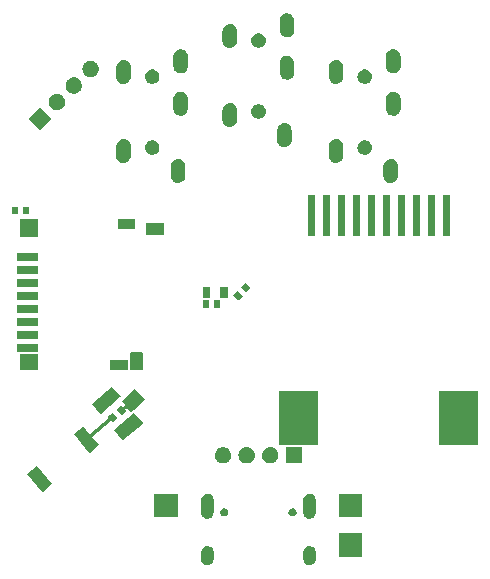
<source format=gbs>
G04 #@! TF.GenerationSoftware,KiCad,Pcbnew,7.0.10*
G04 #@! TF.CreationDate,2024-04-11T11:30:37+02:00*
G04 #@! TF.ProjectId,OtterCastAudioV2,4f747465-7243-4617-9374-417564696f56,rev?*
G04 #@! TF.SameCoordinates,Original*
G04 #@! TF.FileFunction,Soldermask,Bot*
G04 #@! TF.FilePolarity,Negative*
%FSLAX46Y46*%
G04 Gerber Fmt 4.6, Leading zero omitted, Abs format (unit mm)*
G04 Created by KiCad (PCBNEW 7.0.10) date 2024-04-11 11:30:37*
%MOMM*%
%LPD*%
G01*
G04 APERTURE LIST*
G04 APERTURE END LIST*
G36*
X95785797Y-121085876D02*
G01*
X95919234Y-121133300D01*
X96034928Y-121214965D01*
X96124298Y-121324816D01*
X96180717Y-121454706D01*
X96200000Y-121595000D01*
X96200000Y-122195000D01*
X96195157Y-122265807D01*
X96156950Y-122402169D01*
X96083370Y-122523166D01*
X95979874Y-122619824D01*
X95854137Y-122684976D01*
X95715486Y-122713788D01*
X95574203Y-122704124D01*
X95440766Y-122656700D01*
X95325072Y-122575035D01*
X95235702Y-122465184D01*
X95179283Y-122335294D01*
X95160000Y-122195000D01*
X95160000Y-121595000D01*
X95164843Y-121524193D01*
X95203050Y-121387831D01*
X95276630Y-121266834D01*
X95380126Y-121170176D01*
X95505863Y-121105024D01*
X95644514Y-121076212D01*
X95785797Y-121085876D01*
G37*
G36*
X104425797Y-121085876D02*
G01*
X104559234Y-121133300D01*
X104674928Y-121214965D01*
X104764298Y-121324816D01*
X104820717Y-121454706D01*
X104840000Y-121595000D01*
X104840000Y-122195000D01*
X104835157Y-122265807D01*
X104796950Y-122402169D01*
X104723370Y-122523166D01*
X104619874Y-122619824D01*
X104494137Y-122684976D01*
X104355486Y-122713788D01*
X104214203Y-122704124D01*
X104080766Y-122656700D01*
X103965072Y-122575035D01*
X103875702Y-122465184D01*
X103819283Y-122335294D01*
X103800000Y-122195000D01*
X103800000Y-121595000D01*
X103804843Y-121524193D01*
X103843050Y-121387831D01*
X103916630Y-121266834D01*
X104020126Y-121170176D01*
X104145863Y-121105024D01*
X104284514Y-121076212D01*
X104425797Y-121085876D01*
G37*
G36*
X108802078Y-119997921D02*
G01*
X108805000Y-120004973D01*
X108805000Y-121995026D01*
X108802078Y-122002078D01*
X108795027Y-122005000D01*
X106804973Y-122005000D01*
X106797921Y-122002078D01*
X106795000Y-121995026D01*
X106795000Y-120004973D01*
X106797921Y-119997921D01*
X106804973Y-119995000D01*
X108795027Y-119995000D01*
X108802078Y-119997921D01*
G37*
G36*
X95785797Y-116655876D02*
G01*
X95919234Y-116703300D01*
X96034928Y-116784965D01*
X96124298Y-116894816D01*
X96180717Y-117024706D01*
X96200000Y-117165000D01*
X96200000Y-118265000D01*
X96195157Y-118335807D01*
X96156950Y-118472169D01*
X96083370Y-118593166D01*
X95979874Y-118689824D01*
X95854137Y-118754976D01*
X95715486Y-118783788D01*
X95574203Y-118774124D01*
X95440766Y-118726700D01*
X95325072Y-118645035D01*
X95235702Y-118535184D01*
X95179283Y-118405294D01*
X95160000Y-118265000D01*
X95160000Y-117165000D01*
X95164843Y-117094193D01*
X95203050Y-116957831D01*
X95276630Y-116836834D01*
X95380126Y-116740176D01*
X95505863Y-116675024D01*
X95644514Y-116646212D01*
X95785797Y-116655876D01*
G37*
G36*
X104425797Y-116655876D02*
G01*
X104559234Y-116703300D01*
X104674928Y-116784965D01*
X104764298Y-116894816D01*
X104820717Y-117024706D01*
X104840000Y-117165000D01*
X104840000Y-118265000D01*
X104835157Y-118335807D01*
X104796950Y-118472169D01*
X104723370Y-118593166D01*
X104619874Y-118689824D01*
X104494137Y-118754976D01*
X104355486Y-118783788D01*
X104214203Y-118774124D01*
X104080766Y-118726700D01*
X103965072Y-118645035D01*
X103875702Y-118535184D01*
X103819283Y-118405294D01*
X103800000Y-118265000D01*
X103800000Y-117165000D01*
X103804843Y-117094193D01*
X103843050Y-116957831D01*
X103916630Y-116836834D01*
X104020126Y-116740176D01*
X104145863Y-116675024D01*
X104284514Y-116646212D01*
X104425797Y-116655876D01*
G37*
G36*
X93202078Y-116647921D02*
G01*
X93205000Y-116654973D01*
X93205000Y-118645026D01*
X93202078Y-118652078D01*
X93195027Y-118655000D01*
X91204973Y-118655000D01*
X91197921Y-118652078D01*
X91195000Y-118645026D01*
X91195000Y-116654973D01*
X91197921Y-116647921D01*
X91204973Y-116645000D01*
X93195027Y-116645000D01*
X93202078Y-116647921D01*
G37*
G36*
X108802078Y-116647921D02*
G01*
X108805000Y-116654973D01*
X108805000Y-118645026D01*
X108802078Y-118652078D01*
X108795027Y-118655000D01*
X106804973Y-118655000D01*
X106797921Y-118652078D01*
X106795000Y-118645026D01*
X106795000Y-116654973D01*
X106797921Y-116647921D01*
X106804973Y-116645000D01*
X108795027Y-116645000D01*
X108802078Y-116647921D01*
G37*
G36*
X97141127Y-117905241D02*
G01*
X97169909Y-117905241D01*
X97192081Y-117913311D01*
X97216515Y-117917181D01*
X97251024Y-117934764D01*
X97282500Y-117946221D01*
X97296401Y-117957885D01*
X97312601Y-117966140D01*
X97345782Y-117999321D01*
X97374285Y-118023238D01*
X97380549Y-118034088D01*
X97388859Y-118042398D01*
X97415244Y-118094181D01*
X97434194Y-118127003D01*
X97435371Y-118133683D01*
X97437818Y-118138484D01*
X97451934Y-118227615D01*
X97455000Y-118245000D01*
X97451934Y-118262386D01*
X97437818Y-118351515D01*
X97435372Y-118356315D01*
X97434194Y-118362997D01*
X97415239Y-118395826D01*
X97388859Y-118447601D01*
X97380551Y-118455908D01*
X97374285Y-118466762D01*
X97345776Y-118490683D01*
X97312601Y-118523859D01*
X97296404Y-118532111D01*
X97282500Y-118543779D01*
X97251018Y-118555237D01*
X97216515Y-118572818D01*
X97192086Y-118576687D01*
X97169909Y-118584759D01*
X97141121Y-118584759D01*
X97110000Y-118589688D01*
X97078879Y-118584759D01*
X97050091Y-118584759D01*
X97027914Y-118576687D01*
X97003484Y-118572818D01*
X96968978Y-118555236D01*
X96937500Y-118543779D01*
X96923596Y-118532112D01*
X96907398Y-118523859D01*
X96874217Y-118490678D01*
X96845715Y-118466762D01*
X96839450Y-118455911D01*
X96831140Y-118447601D01*
X96804751Y-118395811D01*
X96785806Y-118362997D01*
X96784628Y-118356318D01*
X96782181Y-118351515D01*
X96768055Y-118262330D01*
X96765000Y-118245000D01*
X96768055Y-118227670D01*
X96782181Y-118138484D01*
X96784628Y-118133680D01*
X96785806Y-118127003D01*
X96804747Y-118094196D01*
X96831140Y-118042398D01*
X96839451Y-118034086D01*
X96845715Y-118023238D01*
X96874211Y-117999326D01*
X96907398Y-117966140D01*
X96923599Y-117957884D01*
X96937500Y-117946221D01*
X96968971Y-117934766D01*
X97003484Y-117917181D01*
X97027919Y-117913310D01*
X97050091Y-117905241D01*
X97078872Y-117905241D01*
X97110000Y-117900311D01*
X97141127Y-117905241D01*
G37*
G36*
X102921127Y-117905241D02*
G01*
X102949909Y-117905241D01*
X102972081Y-117913311D01*
X102996515Y-117917181D01*
X103031024Y-117934764D01*
X103062500Y-117946221D01*
X103076401Y-117957885D01*
X103092601Y-117966140D01*
X103125782Y-117999321D01*
X103154285Y-118023238D01*
X103160549Y-118034088D01*
X103168859Y-118042398D01*
X103195244Y-118094181D01*
X103214194Y-118127003D01*
X103215371Y-118133683D01*
X103217818Y-118138484D01*
X103231934Y-118227615D01*
X103235000Y-118245000D01*
X103231934Y-118262386D01*
X103217818Y-118351515D01*
X103215372Y-118356315D01*
X103214194Y-118362997D01*
X103195239Y-118395826D01*
X103168859Y-118447601D01*
X103160551Y-118455908D01*
X103154285Y-118466762D01*
X103125776Y-118490683D01*
X103092601Y-118523859D01*
X103076404Y-118532111D01*
X103062500Y-118543779D01*
X103031018Y-118555237D01*
X102996515Y-118572818D01*
X102972086Y-118576687D01*
X102949909Y-118584759D01*
X102921121Y-118584759D01*
X102890000Y-118589688D01*
X102858879Y-118584759D01*
X102830091Y-118584759D01*
X102807914Y-118576687D01*
X102783484Y-118572818D01*
X102748978Y-118555236D01*
X102717500Y-118543779D01*
X102703596Y-118532112D01*
X102687398Y-118523859D01*
X102654217Y-118490678D01*
X102625715Y-118466762D01*
X102619450Y-118455911D01*
X102611140Y-118447601D01*
X102584751Y-118395811D01*
X102565806Y-118362997D01*
X102564628Y-118356318D01*
X102562181Y-118351515D01*
X102548055Y-118262330D01*
X102545000Y-118245000D01*
X102548055Y-118227670D01*
X102562181Y-118138484D01*
X102564628Y-118133680D01*
X102565806Y-118127003D01*
X102584747Y-118094196D01*
X102611140Y-118042398D01*
X102619451Y-118034086D01*
X102625715Y-118023238D01*
X102654211Y-117999326D01*
X102687398Y-117966140D01*
X102703599Y-117957884D01*
X102717500Y-117946221D01*
X102748971Y-117934766D01*
X102783484Y-117917181D01*
X102807919Y-117913310D01*
X102830091Y-117905241D01*
X102858872Y-117905241D01*
X102890000Y-117900311D01*
X102921127Y-117905241D01*
G37*
G36*
X81207754Y-114316069D02*
G01*
X81213840Y-114320954D01*
X82499415Y-115853043D01*
X82503169Y-115859885D01*
X82504018Y-115867642D01*
X82501835Y-115875134D01*
X82496950Y-115881220D01*
X81730905Y-116524007D01*
X81724064Y-116527761D01*
X81716306Y-116528610D01*
X81708814Y-116526427D01*
X81702728Y-116521542D01*
X80417153Y-114989453D01*
X80413399Y-114982611D01*
X80412550Y-114974854D01*
X80414733Y-114967362D01*
X80419618Y-114961276D01*
X80802640Y-114639882D01*
X81183775Y-114320072D01*
X81183779Y-114320069D01*
X81185663Y-114318489D01*
X81192504Y-114314735D01*
X81200262Y-114313886D01*
X81207754Y-114316069D01*
G37*
G36*
X103682654Y-112706522D02*
G01*
X103689142Y-112710858D01*
X103693478Y-112717346D01*
X103695000Y-112725000D01*
X103695000Y-114075000D01*
X103693478Y-114082654D01*
X103689142Y-114089142D01*
X103682654Y-114093478D01*
X103675000Y-114095000D01*
X102325000Y-114095000D01*
X102317346Y-114093478D01*
X102310858Y-114089142D01*
X102306522Y-114082654D01*
X102305000Y-114075000D01*
X102305000Y-112725000D01*
X102306522Y-112717346D01*
X102310858Y-112710858D01*
X102317346Y-112706522D01*
X102325000Y-112705000D01*
X103675000Y-112705000D01*
X103682654Y-112706522D01*
G37*
G36*
X97043569Y-112710067D02*
G01*
X97083773Y-112710067D01*
X97117625Y-112718411D01*
X97154617Y-112722579D01*
X97202473Y-112739324D01*
X97246450Y-112750164D01*
X97272453Y-112763811D01*
X97301482Y-112773969D01*
X97350538Y-112804793D01*
X97394805Y-112828026D01*
X97412593Y-112843785D01*
X97433225Y-112856749D01*
X97479811Y-112903335D01*
X97520215Y-112939130D01*
X97530485Y-112954009D01*
X97543250Y-112966774D01*
X97583377Y-113030635D01*
X97615392Y-113077017D01*
X97619763Y-113088544D01*
X97626030Y-113098517D01*
X97655658Y-113183191D01*
X97674805Y-113233676D01*
X97675592Y-113240157D01*
X97677420Y-113245382D01*
X97692793Y-113381825D01*
X97695000Y-113400000D01*
X97692793Y-113418176D01*
X97677420Y-113554617D01*
X97675592Y-113559840D01*
X97674805Y-113566324D01*
X97655654Y-113616820D01*
X97626030Y-113701482D01*
X97619764Y-113711453D01*
X97615392Y-113722983D01*
X97583370Y-113769374D01*
X97543250Y-113833225D01*
X97530488Y-113845986D01*
X97520215Y-113860870D01*
X97479802Y-113896672D01*
X97433225Y-113943250D01*
X97412597Y-113956211D01*
X97394805Y-113971974D01*
X97350528Y-113995211D01*
X97301482Y-114026030D01*
X97272459Y-114036185D01*
X97246450Y-114049836D01*
X97202463Y-114060677D01*
X97154617Y-114077420D01*
X97117633Y-114081587D01*
X97083773Y-114089933D01*
X97043560Y-114089933D01*
X97000000Y-114094841D01*
X96956440Y-114089933D01*
X96916227Y-114089933D01*
X96882367Y-114081587D01*
X96845382Y-114077420D01*
X96797533Y-114060677D01*
X96753550Y-114049836D01*
X96727542Y-114036186D01*
X96698517Y-114026030D01*
X96649465Y-113995208D01*
X96605195Y-113971974D01*
X96587405Y-113956213D01*
X96566774Y-113943250D01*
X96520188Y-113896664D01*
X96479785Y-113860870D01*
X96469514Y-113845990D01*
X96456749Y-113833225D01*
X96416618Y-113769358D01*
X96384608Y-113722983D01*
X96380236Y-113711457D01*
X96373969Y-113701482D01*
X96344332Y-113616786D01*
X96325195Y-113566324D01*
X96324408Y-113559844D01*
X96322579Y-113554617D01*
X96307193Y-113418061D01*
X96305000Y-113400000D01*
X96307192Y-113381939D01*
X96322579Y-113245382D01*
X96324408Y-113240153D01*
X96325195Y-113233676D01*
X96344328Y-113183225D01*
X96373969Y-113098517D01*
X96380237Y-113088540D01*
X96384608Y-113077017D01*
X96416611Y-113030652D01*
X96456749Y-112966774D01*
X96469516Y-112954006D01*
X96479785Y-112939130D01*
X96520179Y-112903343D01*
X96566774Y-112856749D01*
X96587408Y-112843783D01*
X96605195Y-112828026D01*
X96649455Y-112804796D01*
X96698517Y-112773969D01*
X96727548Y-112763810D01*
X96753550Y-112750164D01*
X96797523Y-112739325D01*
X96845382Y-112722579D01*
X96882374Y-112718410D01*
X96916227Y-112710067D01*
X96956431Y-112710067D01*
X97000000Y-112705158D01*
X97043569Y-112710067D01*
G37*
G36*
X99043569Y-112710067D02*
G01*
X99083773Y-112710067D01*
X99117625Y-112718411D01*
X99154617Y-112722579D01*
X99202473Y-112739324D01*
X99246450Y-112750164D01*
X99272453Y-112763811D01*
X99301482Y-112773969D01*
X99350538Y-112804793D01*
X99394805Y-112828026D01*
X99412593Y-112843785D01*
X99433225Y-112856749D01*
X99479811Y-112903335D01*
X99520215Y-112939130D01*
X99530485Y-112954009D01*
X99543250Y-112966774D01*
X99583377Y-113030635D01*
X99615392Y-113077017D01*
X99619763Y-113088544D01*
X99626030Y-113098517D01*
X99655658Y-113183191D01*
X99674805Y-113233676D01*
X99675592Y-113240157D01*
X99677420Y-113245382D01*
X99692793Y-113381825D01*
X99695000Y-113400000D01*
X99692793Y-113418176D01*
X99677420Y-113554617D01*
X99675592Y-113559840D01*
X99674805Y-113566324D01*
X99655654Y-113616820D01*
X99626030Y-113701482D01*
X99619764Y-113711453D01*
X99615392Y-113722983D01*
X99583370Y-113769374D01*
X99543250Y-113833225D01*
X99530488Y-113845986D01*
X99520215Y-113860870D01*
X99479802Y-113896672D01*
X99433225Y-113943250D01*
X99412597Y-113956211D01*
X99394805Y-113971974D01*
X99350528Y-113995211D01*
X99301482Y-114026030D01*
X99272459Y-114036185D01*
X99246450Y-114049836D01*
X99202463Y-114060677D01*
X99154617Y-114077420D01*
X99117633Y-114081587D01*
X99083773Y-114089933D01*
X99043560Y-114089933D01*
X99000000Y-114094841D01*
X98956440Y-114089933D01*
X98916227Y-114089933D01*
X98882367Y-114081587D01*
X98845382Y-114077420D01*
X98797533Y-114060677D01*
X98753550Y-114049836D01*
X98727542Y-114036186D01*
X98698517Y-114026030D01*
X98649465Y-113995208D01*
X98605195Y-113971974D01*
X98587405Y-113956213D01*
X98566774Y-113943250D01*
X98520188Y-113896664D01*
X98479785Y-113860870D01*
X98469514Y-113845990D01*
X98456749Y-113833225D01*
X98416618Y-113769358D01*
X98384608Y-113722983D01*
X98380236Y-113711457D01*
X98373969Y-113701482D01*
X98344332Y-113616786D01*
X98325195Y-113566324D01*
X98324408Y-113559844D01*
X98322579Y-113554617D01*
X98307193Y-113418061D01*
X98305000Y-113400000D01*
X98307192Y-113381939D01*
X98322579Y-113245382D01*
X98324408Y-113240153D01*
X98325195Y-113233676D01*
X98344328Y-113183225D01*
X98373969Y-113098517D01*
X98380237Y-113088540D01*
X98384608Y-113077017D01*
X98416611Y-113030652D01*
X98456749Y-112966774D01*
X98469516Y-112954006D01*
X98479785Y-112939130D01*
X98520179Y-112903343D01*
X98566774Y-112856749D01*
X98587408Y-112843783D01*
X98605195Y-112828026D01*
X98649455Y-112804796D01*
X98698517Y-112773969D01*
X98727548Y-112763810D01*
X98753550Y-112750164D01*
X98797523Y-112739325D01*
X98845382Y-112722579D01*
X98882374Y-112718410D01*
X98916227Y-112710067D01*
X98956431Y-112710067D01*
X99000000Y-112705158D01*
X99043569Y-112710067D01*
G37*
G36*
X101043569Y-112710067D02*
G01*
X101083773Y-112710067D01*
X101117625Y-112718411D01*
X101154617Y-112722579D01*
X101202473Y-112739324D01*
X101246450Y-112750164D01*
X101272453Y-112763811D01*
X101301482Y-112773969D01*
X101350538Y-112804793D01*
X101394805Y-112828026D01*
X101412593Y-112843785D01*
X101433225Y-112856749D01*
X101479811Y-112903335D01*
X101520215Y-112939130D01*
X101530485Y-112954009D01*
X101543250Y-112966774D01*
X101583377Y-113030635D01*
X101615392Y-113077017D01*
X101619763Y-113088544D01*
X101626030Y-113098517D01*
X101655658Y-113183191D01*
X101674805Y-113233676D01*
X101675592Y-113240157D01*
X101677420Y-113245382D01*
X101692793Y-113381825D01*
X101695000Y-113400000D01*
X101692793Y-113418176D01*
X101677420Y-113554617D01*
X101675592Y-113559840D01*
X101674805Y-113566324D01*
X101655654Y-113616820D01*
X101626030Y-113701482D01*
X101619764Y-113711453D01*
X101615392Y-113722983D01*
X101583370Y-113769374D01*
X101543250Y-113833225D01*
X101530488Y-113845986D01*
X101520215Y-113860870D01*
X101479802Y-113896672D01*
X101433225Y-113943250D01*
X101412597Y-113956211D01*
X101394805Y-113971974D01*
X101350528Y-113995211D01*
X101301482Y-114026030D01*
X101272459Y-114036185D01*
X101246450Y-114049836D01*
X101202463Y-114060677D01*
X101154617Y-114077420D01*
X101117633Y-114081587D01*
X101083773Y-114089933D01*
X101043560Y-114089933D01*
X101000000Y-114094841D01*
X100956440Y-114089933D01*
X100916227Y-114089933D01*
X100882367Y-114081587D01*
X100845382Y-114077420D01*
X100797533Y-114060677D01*
X100753550Y-114049836D01*
X100727542Y-114036186D01*
X100698517Y-114026030D01*
X100649465Y-113995208D01*
X100605195Y-113971974D01*
X100587405Y-113956213D01*
X100566774Y-113943250D01*
X100520188Y-113896664D01*
X100479785Y-113860870D01*
X100469514Y-113845990D01*
X100456749Y-113833225D01*
X100416618Y-113769358D01*
X100384608Y-113722983D01*
X100380236Y-113711457D01*
X100373969Y-113701482D01*
X100344332Y-113616786D01*
X100325195Y-113566324D01*
X100324408Y-113559844D01*
X100322579Y-113554617D01*
X100307193Y-113418061D01*
X100305000Y-113400000D01*
X100307192Y-113381939D01*
X100322579Y-113245382D01*
X100324408Y-113240153D01*
X100325195Y-113233676D01*
X100344328Y-113183225D01*
X100373969Y-113098517D01*
X100380237Y-113088540D01*
X100384608Y-113077017D01*
X100416611Y-113030652D01*
X100456749Y-112966774D01*
X100469516Y-112954006D01*
X100479785Y-112939130D01*
X100520179Y-112903343D01*
X100566774Y-112856749D01*
X100587408Y-112843783D01*
X100605195Y-112828026D01*
X100649455Y-112804796D01*
X100698517Y-112773969D01*
X100727548Y-112763810D01*
X100753550Y-112750164D01*
X100797523Y-112739325D01*
X100845382Y-112722579D01*
X100882374Y-112718410D01*
X100916227Y-112710067D01*
X100956431Y-112710067D01*
X101000000Y-112705158D01*
X101043569Y-112710067D01*
G37*
G36*
X87686475Y-109793561D02*
G01*
X87692561Y-109798446D01*
X87803230Y-109930336D01*
X88076650Y-110256185D01*
X88076652Y-110256189D01*
X88078233Y-110258073D01*
X88081987Y-110264914D01*
X88082836Y-110272672D01*
X88080653Y-110280164D01*
X88075768Y-110286249D01*
X87692746Y-110607643D01*
X87685904Y-110611397D01*
X87678147Y-110612246D01*
X87670655Y-110610063D01*
X87664569Y-110605178D01*
X87558280Y-110478508D01*
X87537650Y-110476703D01*
X85928410Y-111827016D01*
X85926606Y-111847644D01*
X86482847Y-112510547D01*
X86486601Y-112517389D01*
X86487450Y-112525146D01*
X86485267Y-112532638D01*
X86480382Y-112538724D01*
X85714337Y-113181511D01*
X85707496Y-113185265D01*
X85699738Y-113186114D01*
X85692246Y-113183931D01*
X85686160Y-113179046D01*
X84400585Y-111646957D01*
X84396831Y-111640115D01*
X84395982Y-111632358D01*
X84398165Y-111624866D01*
X84403050Y-111618780D01*
X84815281Y-111272878D01*
X85167207Y-110977576D01*
X85167211Y-110977573D01*
X85169095Y-110975993D01*
X85175936Y-110972239D01*
X85183694Y-110971390D01*
X85191186Y-110973573D01*
X85197272Y-110978458D01*
X85698628Y-111575952D01*
X85753512Y-111641359D01*
X85774143Y-111643164D01*
X87383380Y-110292852D01*
X87385185Y-110272221D01*
X87280479Y-110147438D01*
X87280476Y-110147433D01*
X87278897Y-110145551D01*
X87275143Y-110138710D01*
X87274294Y-110130952D01*
X87276477Y-110123460D01*
X87281362Y-110117375D01*
X87283247Y-110115792D01*
X87283249Y-110115791D01*
X87662496Y-109797564D01*
X87662500Y-109797561D01*
X87664384Y-109795981D01*
X87671226Y-109792227D01*
X87678983Y-109791378D01*
X87686475Y-109793561D01*
G37*
G36*
X105047654Y-107981522D02*
G01*
X105054142Y-107985858D01*
X105058478Y-107992346D01*
X105060000Y-108000000D01*
X105060000Y-112500000D01*
X105058478Y-112507654D01*
X105054142Y-112514142D01*
X105047654Y-112518478D01*
X105040000Y-112520000D01*
X101760000Y-112520000D01*
X101752346Y-112518478D01*
X101745858Y-112514142D01*
X101741522Y-112507654D01*
X101740000Y-112500000D01*
X101740000Y-108000000D01*
X101741522Y-107992346D01*
X101745858Y-107985858D01*
X101752346Y-107981522D01*
X101760000Y-107980000D01*
X105040000Y-107980000D01*
X105047654Y-107981522D01*
G37*
G36*
X118597654Y-107981522D02*
G01*
X118604142Y-107985858D01*
X118608478Y-107992346D01*
X118610000Y-108000000D01*
X118610000Y-112500000D01*
X118608478Y-112507654D01*
X118604142Y-112514142D01*
X118597654Y-112518478D01*
X118590000Y-112520000D01*
X115310000Y-112520000D01*
X115302346Y-112518478D01*
X115295858Y-112514142D01*
X115291522Y-112507654D01*
X115290000Y-112500000D01*
X115290000Y-108000000D01*
X115291522Y-107992346D01*
X115295858Y-107985858D01*
X115302346Y-107981522D01*
X115310000Y-107980000D01*
X118590000Y-107980000D01*
X118597654Y-107981522D01*
G37*
G36*
X89476660Y-109857907D02*
G01*
X89482746Y-109862792D01*
X90189812Y-110705441D01*
X90193566Y-110712283D01*
X90194415Y-110720040D01*
X90192232Y-110727532D01*
X90187347Y-110733618D01*
X88502049Y-112147751D01*
X88495207Y-112151505D01*
X88487450Y-112152354D01*
X88479958Y-112150171D01*
X88473872Y-112145286D01*
X87766806Y-111302637D01*
X87763052Y-111295795D01*
X87762203Y-111288038D01*
X87764386Y-111280546D01*
X87769271Y-111274460D01*
X88963693Y-110272221D01*
X89452683Y-109861909D01*
X89452684Y-109861907D01*
X89454569Y-109860327D01*
X89461411Y-109856573D01*
X89469168Y-109855724D01*
X89476660Y-109857907D01*
G37*
G36*
X89584940Y-107808939D02*
G01*
X89591026Y-107813823D01*
X90362371Y-108733076D01*
X90366124Y-108739918D01*
X90366974Y-108747675D01*
X90364790Y-108755167D01*
X90359906Y-108761253D01*
X89440653Y-109532598D01*
X89210840Y-109725435D01*
X89203998Y-109729188D01*
X89196241Y-109730038D01*
X89188749Y-109727854D01*
X89182663Y-109722970D01*
X88883537Y-109366486D01*
X88862906Y-109364681D01*
X88693831Y-109506552D01*
X88692026Y-109527182D01*
X88798315Y-109653853D01*
X88802068Y-109660695D01*
X88802918Y-109668452D01*
X88800734Y-109675944D01*
X88795850Y-109682030D01*
X88412828Y-110003423D01*
X88405986Y-110007176D01*
X88398229Y-110008026D01*
X88390737Y-110005842D01*
X88384651Y-110000958D01*
X87998979Y-109541332D01*
X87995226Y-109534490D01*
X87994376Y-109526733D01*
X87996560Y-109519241D01*
X88001444Y-109513155D01*
X88003329Y-109511572D01*
X88003331Y-109511571D01*
X88382576Y-109193346D01*
X88382579Y-109193344D01*
X88384466Y-109191761D01*
X88391308Y-109188008D01*
X88399065Y-109187158D01*
X88406557Y-109189342D01*
X88412643Y-109194226D01*
X88414227Y-109196113D01*
X88414226Y-109196113D01*
X88518931Y-109320895D01*
X88539562Y-109322700D01*
X88708637Y-109180829D01*
X88710442Y-109160198D01*
X88412902Y-108805605D01*
X88412901Y-108805604D01*
X88411317Y-108803716D01*
X88407564Y-108796874D01*
X88406714Y-108789117D01*
X88408898Y-108781625D01*
X88413782Y-108775539D01*
X88415667Y-108773956D01*
X88415669Y-108773955D01*
X89560959Y-107812943D01*
X89560962Y-107812941D01*
X89562849Y-107811358D01*
X89569691Y-107807605D01*
X89577448Y-107806755D01*
X89584940Y-107808939D01*
G37*
G36*
X87612576Y-107636378D02*
G01*
X87618662Y-107641263D01*
X88325728Y-108483912D01*
X88329482Y-108490754D01*
X88330331Y-108498511D01*
X88328148Y-108506003D01*
X88323263Y-108512089D01*
X86637965Y-109926222D01*
X86631123Y-109929976D01*
X86623366Y-109930825D01*
X86615874Y-109928642D01*
X86609788Y-109923757D01*
X85902722Y-109081108D01*
X85898968Y-109074266D01*
X85898119Y-109066509D01*
X85900302Y-109059017D01*
X85905187Y-109052931D01*
X87169143Y-107992346D01*
X87588599Y-107640380D01*
X87588600Y-107640378D01*
X87590485Y-107638798D01*
X87597327Y-107635044D01*
X87605084Y-107634195D01*
X87612576Y-107636378D01*
G37*
G36*
X81332654Y-104856522D02*
G01*
X81339142Y-104860858D01*
X81343478Y-104867346D01*
X81345000Y-104875000D01*
X81345000Y-106175000D01*
X81343478Y-106182654D01*
X81339142Y-106189142D01*
X81332654Y-106193478D01*
X81325000Y-106195000D01*
X79825000Y-106195000D01*
X79817346Y-106193478D01*
X79810858Y-106189142D01*
X79806522Y-106182654D01*
X79805000Y-106175000D01*
X79805000Y-104875000D01*
X79806522Y-104867346D01*
X79810858Y-104860858D01*
X79817346Y-104856522D01*
X79825000Y-104855000D01*
X81325000Y-104855000D01*
X81332654Y-104856522D01*
G37*
G36*
X88932654Y-105356522D02*
G01*
X88939142Y-105360858D01*
X88943478Y-105367346D01*
X88945000Y-105375000D01*
X88945000Y-106175000D01*
X88943478Y-106182654D01*
X88939142Y-106189142D01*
X88932654Y-106193478D01*
X88925000Y-106195000D01*
X87425000Y-106195000D01*
X87417346Y-106193478D01*
X87410858Y-106189142D01*
X87406522Y-106182654D01*
X87405000Y-106175000D01*
X87405000Y-105375000D01*
X87406522Y-105367346D01*
X87410858Y-105360858D01*
X87417346Y-105356522D01*
X87425000Y-105355000D01*
X88925000Y-105355000D01*
X88932654Y-105356522D01*
G37*
G36*
X90182654Y-104706522D02*
G01*
X90189142Y-104710858D01*
X90193478Y-104717346D01*
X90195000Y-104725000D01*
X90195000Y-106175000D01*
X90193478Y-106182654D01*
X90189142Y-106189142D01*
X90182654Y-106193478D01*
X90175000Y-106195000D01*
X89175000Y-106195000D01*
X89167346Y-106193478D01*
X89160858Y-106189142D01*
X89156522Y-106182654D01*
X89155000Y-106175000D01*
X89155000Y-104725000D01*
X89156522Y-104717346D01*
X89160858Y-104710858D01*
X89167346Y-104706522D01*
X89175000Y-104705000D01*
X90175000Y-104705000D01*
X90182654Y-104706522D01*
G37*
G36*
X81332654Y-103956522D02*
G01*
X81339142Y-103960858D01*
X81343478Y-103967346D01*
X81345000Y-103975000D01*
X81345000Y-104675000D01*
X81343478Y-104682654D01*
X81339142Y-104689142D01*
X81332654Y-104693478D01*
X81325000Y-104695000D01*
X79575000Y-104695000D01*
X79567346Y-104693478D01*
X79560858Y-104689142D01*
X79556522Y-104682654D01*
X79555000Y-104675000D01*
X79555000Y-103975000D01*
X79556522Y-103967346D01*
X79560858Y-103960858D01*
X79567346Y-103956522D01*
X79575000Y-103955000D01*
X81325000Y-103955000D01*
X81332654Y-103956522D01*
G37*
G36*
X81332654Y-102856522D02*
G01*
X81339142Y-102860858D01*
X81343478Y-102867346D01*
X81345000Y-102875000D01*
X81345000Y-103575000D01*
X81343478Y-103582654D01*
X81339142Y-103589142D01*
X81332654Y-103593478D01*
X81325000Y-103595000D01*
X79575000Y-103595000D01*
X79567346Y-103593478D01*
X79560858Y-103589142D01*
X79556522Y-103582654D01*
X79555000Y-103575000D01*
X79555000Y-102875000D01*
X79556522Y-102867346D01*
X79560858Y-102860858D01*
X79567346Y-102856522D01*
X79575000Y-102855000D01*
X81325000Y-102855000D01*
X81332654Y-102856522D01*
G37*
G36*
X81332654Y-101756522D02*
G01*
X81339142Y-101760858D01*
X81343478Y-101767346D01*
X81345000Y-101775000D01*
X81345000Y-102475000D01*
X81343478Y-102482654D01*
X81339142Y-102489142D01*
X81332654Y-102493478D01*
X81325000Y-102495000D01*
X79575000Y-102495000D01*
X79567346Y-102493478D01*
X79560858Y-102489142D01*
X79556522Y-102482654D01*
X79555000Y-102475000D01*
X79555000Y-101775000D01*
X79556522Y-101767346D01*
X79560858Y-101760858D01*
X79567346Y-101756522D01*
X79575000Y-101755000D01*
X81325000Y-101755000D01*
X81332654Y-101756522D01*
G37*
G36*
X81332654Y-100656522D02*
G01*
X81339142Y-100660858D01*
X81343478Y-100667346D01*
X81345000Y-100675000D01*
X81345000Y-101375000D01*
X81343478Y-101382654D01*
X81339142Y-101389142D01*
X81332654Y-101393478D01*
X81325000Y-101395000D01*
X79575000Y-101395000D01*
X79567346Y-101393478D01*
X79560858Y-101389142D01*
X79556522Y-101382654D01*
X79555000Y-101375000D01*
X79555000Y-100675000D01*
X79556522Y-100667346D01*
X79560858Y-100660858D01*
X79567346Y-100656522D01*
X79575000Y-100655000D01*
X81325000Y-100655000D01*
X81332654Y-100656522D01*
G37*
G36*
X95837654Y-100281522D02*
G01*
X95844142Y-100285858D01*
X95848478Y-100292346D01*
X95850000Y-100300000D01*
X95850000Y-100900000D01*
X95848478Y-100907654D01*
X95844142Y-100914142D01*
X95837654Y-100918478D01*
X95830000Y-100920000D01*
X95330000Y-100920000D01*
X95322346Y-100918478D01*
X95315858Y-100914142D01*
X95311522Y-100907654D01*
X95310000Y-100900000D01*
X95310000Y-100300000D01*
X95311522Y-100292346D01*
X95315858Y-100285858D01*
X95322346Y-100281522D01*
X95330000Y-100280000D01*
X95830000Y-100280000D01*
X95837654Y-100281522D01*
G37*
G36*
X96777654Y-100281522D02*
G01*
X96784142Y-100285858D01*
X96788478Y-100292346D01*
X96790000Y-100300000D01*
X96790000Y-100900000D01*
X96788478Y-100907654D01*
X96784142Y-100914142D01*
X96777654Y-100918478D01*
X96770000Y-100920000D01*
X96270000Y-100920000D01*
X96262346Y-100918478D01*
X96255858Y-100914142D01*
X96251522Y-100907654D01*
X96250000Y-100900000D01*
X96250000Y-100300000D01*
X96251522Y-100292346D01*
X96255858Y-100285858D01*
X96262346Y-100281522D01*
X96270000Y-100280000D01*
X96770000Y-100280000D01*
X96777654Y-100281522D01*
G37*
G36*
X81332654Y-99556522D02*
G01*
X81339142Y-99560858D01*
X81343478Y-99567346D01*
X81345000Y-99575000D01*
X81345000Y-100275000D01*
X81343478Y-100282654D01*
X81339142Y-100289142D01*
X81332654Y-100293478D01*
X81325000Y-100295000D01*
X79575000Y-100295000D01*
X79567346Y-100293478D01*
X79560858Y-100289142D01*
X79556522Y-100282654D01*
X79555000Y-100275000D01*
X79555000Y-99575000D01*
X79556522Y-99567346D01*
X79560858Y-99560858D01*
X79567346Y-99556522D01*
X79575000Y-99555000D01*
X81325000Y-99555000D01*
X81332654Y-99556522D01*
G37*
G36*
X98239958Y-99474953D02*
G01*
X98246447Y-99479289D01*
X98670711Y-99903553D01*
X98675047Y-99910042D01*
X98676569Y-99917695D01*
X98675047Y-99925349D01*
X98670711Y-99931837D01*
X98317157Y-100285391D01*
X98310669Y-100289727D01*
X98303015Y-100291249D01*
X98295362Y-100289727D01*
X98288873Y-100285391D01*
X97864609Y-99861127D01*
X97860273Y-99854638D01*
X97858751Y-99846985D01*
X97860273Y-99839331D01*
X97864609Y-99832843D01*
X98122452Y-99575000D01*
X98216421Y-99481030D01*
X98216424Y-99481027D01*
X98218163Y-99479289D01*
X98224651Y-99474953D01*
X98232305Y-99473431D01*
X98239958Y-99474953D01*
G37*
G36*
X95907654Y-99131522D02*
G01*
X95914142Y-99135858D01*
X95918478Y-99142346D01*
X95920000Y-99150000D01*
X95920000Y-100050000D01*
X95918478Y-100057654D01*
X95914142Y-100064142D01*
X95907654Y-100068478D01*
X95900000Y-100070000D01*
X95300000Y-100070000D01*
X95292346Y-100068478D01*
X95285858Y-100064142D01*
X95281522Y-100057654D01*
X95280000Y-100050000D01*
X95280000Y-99150000D01*
X95281522Y-99142346D01*
X95285858Y-99135858D01*
X95292346Y-99131522D01*
X95300000Y-99130000D01*
X95900000Y-99130000D01*
X95907654Y-99131522D01*
G37*
G36*
X97407654Y-99131522D02*
G01*
X97414142Y-99135858D01*
X97418478Y-99142346D01*
X97420000Y-99150000D01*
X97420000Y-100050000D01*
X97418478Y-100057654D01*
X97414142Y-100064142D01*
X97407654Y-100068478D01*
X97400000Y-100070000D01*
X96800000Y-100070000D01*
X96792346Y-100068478D01*
X96785858Y-100064142D01*
X96781522Y-100057654D01*
X96780000Y-100050000D01*
X96780000Y-99150000D01*
X96781522Y-99142346D01*
X96785858Y-99135858D01*
X96792346Y-99131522D01*
X96800000Y-99130000D01*
X97400000Y-99130000D01*
X97407654Y-99131522D01*
G37*
G36*
X98904638Y-98810273D02*
G01*
X98911127Y-98814609D01*
X99335391Y-99238873D01*
X99339727Y-99245362D01*
X99341249Y-99253015D01*
X99339727Y-99260669D01*
X99335391Y-99267157D01*
X98981837Y-99620711D01*
X98975349Y-99625047D01*
X98967695Y-99626569D01*
X98960042Y-99625047D01*
X98953553Y-99620711D01*
X98529289Y-99196447D01*
X98524953Y-99189958D01*
X98523431Y-99182305D01*
X98524953Y-99174651D01*
X98529289Y-99168163D01*
X98706066Y-98991385D01*
X98881101Y-98816350D01*
X98881104Y-98816347D01*
X98882843Y-98814609D01*
X98889331Y-98810273D01*
X98896985Y-98808751D01*
X98904638Y-98810273D01*
G37*
G36*
X81332654Y-98456522D02*
G01*
X81339142Y-98460858D01*
X81343478Y-98467346D01*
X81345000Y-98475000D01*
X81345000Y-99175000D01*
X81343478Y-99182654D01*
X81339142Y-99189142D01*
X81332654Y-99193478D01*
X81325000Y-99195000D01*
X79575000Y-99195000D01*
X79567346Y-99193478D01*
X79560858Y-99189142D01*
X79556522Y-99182654D01*
X79555000Y-99175000D01*
X79555000Y-98475000D01*
X79556522Y-98467346D01*
X79560858Y-98460858D01*
X79567346Y-98456522D01*
X79575000Y-98455000D01*
X81325000Y-98455000D01*
X81332654Y-98456522D01*
G37*
G36*
X81332654Y-97356522D02*
G01*
X81339142Y-97360858D01*
X81343478Y-97367346D01*
X81345000Y-97375000D01*
X81345000Y-98075000D01*
X81343478Y-98082654D01*
X81339142Y-98089142D01*
X81332654Y-98093478D01*
X81325000Y-98095000D01*
X79575000Y-98095000D01*
X79567346Y-98093478D01*
X79560858Y-98089142D01*
X79556522Y-98082654D01*
X79555000Y-98075000D01*
X79555000Y-97375000D01*
X79556522Y-97367346D01*
X79560858Y-97360858D01*
X79567346Y-97356522D01*
X79575000Y-97355000D01*
X81325000Y-97355000D01*
X81332654Y-97356522D01*
G37*
G36*
X81332654Y-96256522D02*
G01*
X81339142Y-96260858D01*
X81343478Y-96267346D01*
X81345000Y-96275000D01*
X81345000Y-96975000D01*
X81343478Y-96982654D01*
X81339142Y-96989142D01*
X81332654Y-96993478D01*
X81325000Y-96995000D01*
X79575000Y-96995000D01*
X79567346Y-96993478D01*
X79560858Y-96989142D01*
X79556522Y-96982654D01*
X79555000Y-96975000D01*
X79555000Y-96275000D01*
X79556522Y-96267346D01*
X79560858Y-96260858D01*
X79567346Y-96256522D01*
X79575000Y-96255000D01*
X81325000Y-96255000D01*
X81332654Y-96256522D01*
G37*
G36*
X81332654Y-93406522D02*
G01*
X81339142Y-93410858D01*
X81343478Y-93417346D01*
X81345000Y-93425000D01*
X81345000Y-94925000D01*
X81343478Y-94932654D01*
X81339142Y-94939142D01*
X81332654Y-94943478D01*
X81325000Y-94945000D01*
X79825000Y-94945000D01*
X79817346Y-94943478D01*
X79810858Y-94939142D01*
X79806522Y-94932654D01*
X79805000Y-94925000D01*
X79805000Y-93425000D01*
X79806522Y-93417346D01*
X79810858Y-93410858D01*
X79817346Y-93406522D01*
X79825000Y-93405000D01*
X81325000Y-93405000D01*
X81332654Y-93406522D01*
G37*
G36*
X104792654Y-91331522D02*
G01*
X104799142Y-91335858D01*
X104803478Y-91342346D01*
X104805000Y-91350000D01*
X104805000Y-94850000D01*
X104803478Y-94857654D01*
X104799142Y-94864142D01*
X104792654Y-94868478D01*
X104785000Y-94870000D01*
X104185000Y-94870000D01*
X104177346Y-94868478D01*
X104170858Y-94864142D01*
X104166522Y-94857654D01*
X104165000Y-94850000D01*
X104165000Y-91350000D01*
X104166522Y-91342346D01*
X104170858Y-91335858D01*
X104177346Y-91331522D01*
X104185000Y-91330000D01*
X104785000Y-91330000D01*
X104792654Y-91331522D01*
G37*
G36*
X106062654Y-91331522D02*
G01*
X106069142Y-91335858D01*
X106073478Y-91342346D01*
X106075000Y-91350000D01*
X106075000Y-94850000D01*
X106073478Y-94857654D01*
X106069142Y-94864142D01*
X106062654Y-94868478D01*
X106055000Y-94870000D01*
X105455000Y-94870000D01*
X105447346Y-94868478D01*
X105440858Y-94864142D01*
X105436522Y-94857654D01*
X105435000Y-94850000D01*
X105435000Y-91350000D01*
X105436522Y-91342346D01*
X105440858Y-91335858D01*
X105447346Y-91331522D01*
X105455000Y-91330000D01*
X106055000Y-91330000D01*
X106062654Y-91331522D01*
G37*
G36*
X107332654Y-91331522D02*
G01*
X107339142Y-91335858D01*
X107343478Y-91342346D01*
X107345000Y-91350000D01*
X107345000Y-94850000D01*
X107343478Y-94857654D01*
X107339142Y-94864142D01*
X107332654Y-94868478D01*
X107325000Y-94870000D01*
X106725000Y-94870000D01*
X106717346Y-94868478D01*
X106710858Y-94864142D01*
X106706522Y-94857654D01*
X106705000Y-94850000D01*
X106705000Y-91350000D01*
X106706522Y-91342346D01*
X106710858Y-91335858D01*
X106717346Y-91331522D01*
X106725000Y-91330000D01*
X107325000Y-91330000D01*
X107332654Y-91331522D01*
G37*
G36*
X108602654Y-91331522D02*
G01*
X108609142Y-91335858D01*
X108613478Y-91342346D01*
X108615000Y-91350000D01*
X108615000Y-94850000D01*
X108613478Y-94857654D01*
X108609142Y-94864142D01*
X108602654Y-94868478D01*
X108595000Y-94870000D01*
X107995000Y-94870000D01*
X107987346Y-94868478D01*
X107980858Y-94864142D01*
X107976522Y-94857654D01*
X107975000Y-94850000D01*
X107975000Y-91350000D01*
X107976522Y-91342346D01*
X107980858Y-91335858D01*
X107987346Y-91331522D01*
X107995000Y-91330000D01*
X108595000Y-91330000D01*
X108602654Y-91331522D01*
G37*
G36*
X109872654Y-91331522D02*
G01*
X109879142Y-91335858D01*
X109883478Y-91342346D01*
X109885000Y-91350000D01*
X109885000Y-94850000D01*
X109883478Y-94857654D01*
X109879142Y-94864142D01*
X109872654Y-94868478D01*
X109865000Y-94870000D01*
X109265000Y-94870000D01*
X109257346Y-94868478D01*
X109250858Y-94864142D01*
X109246522Y-94857654D01*
X109245000Y-94850000D01*
X109245000Y-91350000D01*
X109246522Y-91342346D01*
X109250858Y-91335858D01*
X109257346Y-91331522D01*
X109265000Y-91330000D01*
X109865000Y-91330000D01*
X109872654Y-91331522D01*
G37*
G36*
X111142654Y-91331522D02*
G01*
X111149142Y-91335858D01*
X111153478Y-91342346D01*
X111155000Y-91350000D01*
X111155000Y-94850000D01*
X111153478Y-94857654D01*
X111149142Y-94864142D01*
X111142654Y-94868478D01*
X111135000Y-94870000D01*
X110535000Y-94870000D01*
X110527346Y-94868478D01*
X110520858Y-94864142D01*
X110516522Y-94857654D01*
X110515000Y-94850000D01*
X110515000Y-91350000D01*
X110516522Y-91342346D01*
X110520858Y-91335858D01*
X110527346Y-91331522D01*
X110535000Y-91330000D01*
X111135000Y-91330000D01*
X111142654Y-91331522D01*
G37*
G36*
X112412654Y-91331522D02*
G01*
X112419142Y-91335858D01*
X112423478Y-91342346D01*
X112425000Y-91350000D01*
X112425000Y-94850000D01*
X112423478Y-94857654D01*
X112419142Y-94864142D01*
X112412654Y-94868478D01*
X112405000Y-94870000D01*
X111805000Y-94870000D01*
X111797346Y-94868478D01*
X111790858Y-94864142D01*
X111786522Y-94857654D01*
X111785000Y-94850000D01*
X111785000Y-91350000D01*
X111786522Y-91342346D01*
X111790858Y-91335858D01*
X111797346Y-91331522D01*
X111805000Y-91330000D01*
X112405000Y-91330000D01*
X112412654Y-91331522D01*
G37*
G36*
X113682654Y-91331522D02*
G01*
X113689142Y-91335858D01*
X113693478Y-91342346D01*
X113695000Y-91350000D01*
X113695000Y-94850000D01*
X113693478Y-94857654D01*
X113689142Y-94864142D01*
X113682654Y-94868478D01*
X113675000Y-94870000D01*
X113075000Y-94870000D01*
X113067346Y-94868478D01*
X113060858Y-94864142D01*
X113056522Y-94857654D01*
X113055000Y-94850000D01*
X113055000Y-91350000D01*
X113056522Y-91342346D01*
X113060858Y-91335858D01*
X113067346Y-91331522D01*
X113075000Y-91330000D01*
X113675000Y-91330000D01*
X113682654Y-91331522D01*
G37*
G36*
X114952654Y-91331522D02*
G01*
X114959142Y-91335858D01*
X114963478Y-91342346D01*
X114965000Y-91350000D01*
X114965000Y-94850000D01*
X114963478Y-94857654D01*
X114959142Y-94864142D01*
X114952654Y-94868478D01*
X114945000Y-94870000D01*
X114345000Y-94870000D01*
X114337346Y-94868478D01*
X114330858Y-94864142D01*
X114326522Y-94857654D01*
X114325000Y-94850000D01*
X114325000Y-91350000D01*
X114326522Y-91342346D01*
X114330858Y-91335858D01*
X114337346Y-91331522D01*
X114345000Y-91330000D01*
X114945000Y-91330000D01*
X114952654Y-91331522D01*
G37*
G36*
X116222654Y-91331522D02*
G01*
X116229142Y-91335858D01*
X116233478Y-91342346D01*
X116235000Y-91350000D01*
X116235000Y-94850000D01*
X116233478Y-94857654D01*
X116229142Y-94864142D01*
X116222654Y-94868478D01*
X116215000Y-94870000D01*
X115615000Y-94870000D01*
X115607346Y-94868478D01*
X115600858Y-94864142D01*
X115596522Y-94857654D01*
X115595000Y-94850000D01*
X115595000Y-91350000D01*
X115596522Y-91342346D01*
X115600858Y-91335858D01*
X115607346Y-91331522D01*
X115615000Y-91330000D01*
X116215000Y-91330000D01*
X116222654Y-91331522D01*
G37*
G36*
X92032654Y-93706522D02*
G01*
X92039142Y-93710858D01*
X92043478Y-93717346D01*
X92045000Y-93725000D01*
X92045000Y-94725000D01*
X92043478Y-94732654D01*
X92039142Y-94739142D01*
X92032654Y-94743478D01*
X92025000Y-94745000D01*
X90475000Y-94745000D01*
X90467346Y-94743478D01*
X90460858Y-94739142D01*
X90456522Y-94732654D01*
X90455000Y-94725000D01*
X90455000Y-93725000D01*
X90456522Y-93717346D01*
X90460858Y-93710858D01*
X90467346Y-93706522D01*
X90475000Y-93705000D01*
X92025000Y-93705000D01*
X92032654Y-93706522D01*
G37*
G36*
X89532654Y-93406522D02*
G01*
X89539142Y-93410858D01*
X89543478Y-93417346D01*
X89545000Y-93425000D01*
X89545000Y-94225000D01*
X89543478Y-94232654D01*
X89539142Y-94239142D01*
X89532654Y-94243478D01*
X89525000Y-94245000D01*
X88125000Y-94245000D01*
X88117346Y-94243478D01*
X88110858Y-94239142D01*
X88106522Y-94232654D01*
X88105000Y-94225000D01*
X88105000Y-93425000D01*
X88106522Y-93417346D01*
X88110858Y-93410858D01*
X88117346Y-93406522D01*
X88125000Y-93405000D01*
X89525000Y-93405000D01*
X89532654Y-93406522D01*
G37*
G36*
X79637654Y-92381522D02*
G01*
X79644142Y-92385858D01*
X79648478Y-92392346D01*
X79650000Y-92400000D01*
X79650000Y-93000000D01*
X79648478Y-93007654D01*
X79644142Y-93014142D01*
X79637654Y-93018478D01*
X79630000Y-93020000D01*
X79130000Y-93020000D01*
X79122346Y-93018478D01*
X79115858Y-93014142D01*
X79111522Y-93007654D01*
X79110000Y-93000000D01*
X79110000Y-92400000D01*
X79111522Y-92392346D01*
X79115858Y-92385858D01*
X79122346Y-92381522D01*
X79130000Y-92380000D01*
X79630000Y-92380000D01*
X79637654Y-92381522D01*
G37*
G36*
X80577654Y-92381522D02*
G01*
X80584142Y-92385858D01*
X80588478Y-92392346D01*
X80590000Y-92400000D01*
X80590000Y-93000000D01*
X80588478Y-93007654D01*
X80584142Y-93014142D01*
X80577654Y-93018478D01*
X80570000Y-93020000D01*
X80070000Y-93020000D01*
X80062346Y-93018478D01*
X80055858Y-93014142D01*
X80051522Y-93007654D01*
X80050000Y-93000000D01*
X80050000Y-92400000D01*
X80051522Y-92392346D01*
X80055858Y-92385858D01*
X80062346Y-92381522D01*
X80070000Y-92380000D01*
X80570000Y-92380000D01*
X80577654Y-92381522D01*
G37*
G36*
X93391591Y-88360345D02*
G01*
X93532213Y-88426517D01*
X93651961Y-88525581D01*
X93743310Y-88651313D01*
X93800522Y-88795812D01*
X93820000Y-88950000D01*
X93820000Y-89750000D01*
X93815111Y-89827707D01*
X93776461Y-89978237D01*
X93701591Y-90114427D01*
X93595203Y-90227718D01*
X93463983Y-90310993D01*
X93316176Y-90359018D01*
X93161070Y-90368777D01*
X93008409Y-90339655D01*
X92867787Y-90273483D01*
X92748039Y-90174419D01*
X92656690Y-90048687D01*
X92599478Y-89904188D01*
X92580000Y-89750000D01*
X92580000Y-88950000D01*
X92584889Y-88872293D01*
X92623539Y-88721763D01*
X92698409Y-88585573D01*
X92804797Y-88472282D01*
X92936017Y-88389007D01*
X93083824Y-88340982D01*
X93238930Y-88331223D01*
X93391591Y-88360345D01*
G37*
G36*
X111391591Y-88360345D02*
G01*
X111532213Y-88426517D01*
X111651961Y-88525581D01*
X111743310Y-88651313D01*
X111800522Y-88795812D01*
X111820000Y-88950000D01*
X111820000Y-89750000D01*
X111815111Y-89827707D01*
X111776461Y-89978237D01*
X111701591Y-90114427D01*
X111595203Y-90227718D01*
X111463983Y-90310993D01*
X111316176Y-90359018D01*
X111161070Y-90368777D01*
X111008409Y-90339655D01*
X110867787Y-90273483D01*
X110748039Y-90174419D01*
X110656690Y-90048687D01*
X110599478Y-89904188D01*
X110580000Y-89750000D01*
X110580000Y-88950000D01*
X110584889Y-88872293D01*
X110623539Y-88721763D01*
X110698409Y-88585573D01*
X110804797Y-88472282D01*
X110936017Y-88389007D01*
X111083824Y-88340982D01*
X111238930Y-88331223D01*
X111391591Y-88360345D01*
G37*
G36*
X88771591Y-86660345D02*
G01*
X88912213Y-86726517D01*
X89031961Y-86825581D01*
X89123310Y-86951313D01*
X89180522Y-87095812D01*
X89200000Y-87250000D01*
X89200000Y-88050000D01*
X89195111Y-88127707D01*
X89156461Y-88278237D01*
X89081591Y-88414427D01*
X88975203Y-88527718D01*
X88843983Y-88610993D01*
X88696176Y-88659018D01*
X88541070Y-88668777D01*
X88388409Y-88639655D01*
X88247787Y-88573483D01*
X88128039Y-88474419D01*
X88036690Y-88348687D01*
X87979478Y-88204188D01*
X87960000Y-88050000D01*
X87960000Y-87250000D01*
X87964889Y-87172293D01*
X88003539Y-87021763D01*
X88078409Y-86885573D01*
X88184797Y-86772282D01*
X88316017Y-86689007D01*
X88463824Y-86640982D01*
X88618930Y-86631223D01*
X88771591Y-86660345D01*
G37*
G36*
X106771591Y-86660345D02*
G01*
X106912213Y-86726517D01*
X107031961Y-86825581D01*
X107123310Y-86951313D01*
X107180522Y-87095812D01*
X107200000Y-87250000D01*
X107200000Y-88050000D01*
X107195111Y-88127707D01*
X107156461Y-88278237D01*
X107081591Y-88414427D01*
X106975203Y-88527718D01*
X106843983Y-88610993D01*
X106696176Y-88659018D01*
X106541070Y-88668777D01*
X106388409Y-88639655D01*
X106247787Y-88573483D01*
X106128039Y-88474419D01*
X106036690Y-88348687D01*
X105979478Y-88204188D01*
X105960000Y-88050000D01*
X105960000Y-87250000D01*
X105964889Y-87172293D01*
X106003539Y-87021763D01*
X106078409Y-86885573D01*
X106184797Y-86772282D01*
X106316017Y-86689007D01*
X106463824Y-86640982D01*
X106618930Y-86631223D01*
X106771591Y-86660345D01*
G37*
G36*
X91219855Y-86770290D02*
G01*
X91352200Y-86839750D01*
X91464077Y-86938864D01*
X91548983Y-87061872D01*
X91601984Y-87201624D01*
X91620000Y-87350000D01*
X91601984Y-87498376D01*
X91548983Y-87638128D01*
X91464077Y-87761136D01*
X91352200Y-87860250D01*
X91219855Y-87929710D01*
X91074733Y-87965480D01*
X90925267Y-87965480D01*
X90780145Y-87929710D01*
X90647800Y-87860250D01*
X90535923Y-87761136D01*
X90451017Y-87638128D01*
X90398016Y-87498376D01*
X90380000Y-87350000D01*
X90398016Y-87201624D01*
X90451017Y-87061872D01*
X90535923Y-86938864D01*
X90647800Y-86839750D01*
X90780145Y-86770290D01*
X90925267Y-86734520D01*
X91074733Y-86734520D01*
X91219855Y-86770290D01*
G37*
G36*
X109219855Y-86770290D02*
G01*
X109352200Y-86839750D01*
X109464077Y-86938864D01*
X109548983Y-87061872D01*
X109601984Y-87201624D01*
X109620000Y-87350000D01*
X109601984Y-87498376D01*
X109548983Y-87638128D01*
X109464077Y-87761136D01*
X109352200Y-87860250D01*
X109219855Y-87929710D01*
X109074733Y-87965480D01*
X108925267Y-87965480D01*
X108780145Y-87929710D01*
X108647800Y-87860250D01*
X108535923Y-87761136D01*
X108451017Y-87638128D01*
X108398016Y-87498376D01*
X108380000Y-87350000D01*
X108398016Y-87201624D01*
X108451017Y-87061872D01*
X108535923Y-86938864D01*
X108647800Y-86839750D01*
X108780145Y-86770290D01*
X108925267Y-86734520D01*
X109074733Y-86734520D01*
X109219855Y-86770290D01*
G37*
G36*
X102391591Y-85310345D02*
G01*
X102532213Y-85376517D01*
X102651961Y-85475581D01*
X102743310Y-85601313D01*
X102800522Y-85745812D01*
X102820000Y-85900000D01*
X102820000Y-86700000D01*
X102815111Y-86777707D01*
X102776461Y-86928237D01*
X102701591Y-87064427D01*
X102595203Y-87177718D01*
X102463983Y-87260993D01*
X102316176Y-87309018D01*
X102161070Y-87318777D01*
X102008409Y-87289655D01*
X101867787Y-87223483D01*
X101748039Y-87124419D01*
X101656690Y-86998687D01*
X101599478Y-86854188D01*
X101580000Y-86700000D01*
X101580000Y-85900000D01*
X101584889Y-85822293D01*
X101623539Y-85671763D01*
X101698409Y-85535573D01*
X101804797Y-85422282D01*
X101936017Y-85339007D01*
X102083824Y-85290982D01*
X102238930Y-85281223D01*
X102391591Y-85310345D01*
G37*
G36*
X81526394Y-83929760D02*
G01*
X81532844Y-83934152D01*
X82479072Y-84897040D01*
X82483351Y-84903566D01*
X82484806Y-84911233D01*
X82483217Y-84918873D01*
X82478825Y-84925323D01*
X81515937Y-85871551D01*
X81509411Y-85875830D01*
X81501744Y-85877285D01*
X81494104Y-85875696D01*
X81487654Y-85871304D01*
X80541426Y-84908416D01*
X80537147Y-84901890D01*
X80535692Y-84894223D01*
X80537281Y-84886583D01*
X80541673Y-84880133D01*
X80713645Y-84711136D01*
X81502806Y-83935629D01*
X81502807Y-83935627D01*
X81504561Y-83933905D01*
X81511087Y-83929626D01*
X81518754Y-83928171D01*
X81526394Y-83929760D01*
G37*
G36*
X97771591Y-83610345D02*
G01*
X97912213Y-83676517D01*
X98031961Y-83775581D01*
X98123310Y-83901313D01*
X98180522Y-84045812D01*
X98200000Y-84200000D01*
X98200000Y-85000000D01*
X98195111Y-85077707D01*
X98156461Y-85228237D01*
X98081591Y-85364427D01*
X97975203Y-85477718D01*
X97843983Y-85560993D01*
X97696176Y-85609018D01*
X97541070Y-85618777D01*
X97388409Y-85589655D01*
X97247787Y-85523483D01*
X97128039Y-85424419D01*
X97036690Y-85298687D01*
X96979478Y-85154188D01*
X96960000Y-85000000D01*
X96960000Y-84200000D01*
X96964889Y-84122293D01*
X97003539Y-83971763D01*
X97078409Y-83835573D01*
X97184797Y-83722282D01*
X97316017Y-83639007D01*
X97463824Y-83590982D01*
X97618930Y-83581223D01*
X97771591Y-83610345D01*
G37*
G36*
X100219855Y-83720290D02*
G01*
X100352200Y-83789750D01*
X100464077Y-83888864D01*
X100548983Y-84011872D01*
X100601984Y-84151624D01*
X100620000Y-84300000D01*
X100601984Y-84448376D01*
X100548983Y-84588128D01*
X100464077Y-84711136D01*
X100352200Y-84810250D01*
X100219855Y-84879710D01*
X100074733Y-84915480D01*
X99925267Y-84915480D01*
X99780145Y-84879710D01*
X99647800Y-84810250D01*
X99535923Y-84711136D01*
X99451017Y-84588128D01*
X99398016Y-84448376D01*
X99380000Y-84300000D01*
X99398016Y-84151624D01*
X99451017Y-84011872D01*
X99535923Y-83888864D01*
X99647800Y-83789750D01*
X99780145Y-83720290D01*
X99925267Y-83684520D01*
X100074733Y-83684520D01*
X100219855Y-83720290D01*
G37*
G36*
X93611591Y-82660345D02*
G01*
X93752213Y-82726517D01*
X93871961Y-82825581D01*
X93963310Y-82951313D01*
X94020522Y-83095812D01*
X94040000Y-83250000D01*
X94040000Y-84050000D01*
X94035111Y-84127707D01*
X93996461Y-84278237D01*
X93921591Y-84414427D01*
X93815203Y-84527718D01*
X93683983Y-84610993D01*
X93536176Y-84659018D01*
X93381070Y-84668777D01*
X93228409Y-84639655D01*
X93087787Y-84573483D01*
X92968039Y-84474419D01*
X92876690Y-84348687D01*
X92819478Y-84204188D01*
X92800000Y-84050000D01*
X92800000Y-83250000D01*
X92804889Y-83172293D01*
X92843539Y-83021763D01*
X92918409Y-82885573D01*
X93024797Y-82772282D01*
X93156017Y-82689007D01*
X93303824Y-82640982D01*
X93458930Y-82631223D01*
X93611591Y-82660345D01*
G37*
G36*
X111611591Y-82660345D02*
G01*
X111752213Y-82726517D01*
X111871961Y-82825581D01*
X111963310Y-82951313D01*
X112020522Y-83095812D01*
X112040000Y-83250000D01*
X112040000Y-84050000D01*
X112035111Y-84127707D01*
X111996461Y-84278237D01*
X111921591Y-84414427D01*
X111815203Y-84527718D01*
X111683983Y-84610993D01*
X111536176Y-84659018D01*
X111381070Y-84668777D01*
X111228409Y-84639655D01*
X111087787Y-84573483D01*
X110968039Y-84474419D01*
X110876690Y-84348687D01*
X110819478Y-84204188D01*
X110800000Y-84050000D01*
X110800000Y-83250000D01*
X110804889Y-83172293D01*
X110843539Y-83021763D01*
X110918409Y-82885573D01*
X111024797Y-82772282D01*
X111156017Y-82689007D01*
X111303824Y-82640982D01*
X111458930Y-82631223D01*
X111611591Y-82660345D01*
G37*
G36*
X82980319Y-82810976D02*
G01*
X83020523Y-82810976D01*
X83054375Y-82819320D01*
X83091367Y-82823488D01*
X83139223Y-82840233D01*
X83183200Y-82851073D01*
X83209203Y-82864720D01*
X83238232Y-82874878D01*
X83287288Y-82905702D01*
X83331555Y-82928935D01*
X83349343Y-82944694D01*
X83369975Y-82957658D01*
X83416561Y-83004244D01*
X83456965Y-83040039D01*
X83467235Y-83054918D01*
X83480000Y-83067683D01*
X83520127Y-83131544D01*
X83552142Y-83177926D01*
X83556513Y-83189453D01*
X83562780Y-83199426D01*
X83592408Y-83284100D01*
X83611555Y-83334585D01*
X83612342Y-83341066D01*
X83614170Y-83346291D01*
X83629543Y-83482734D01*
X83631750Y-83500909D01*
X83629543Y-83519085D01*
X83614170Y-83655526D01*
X83612342Y-83660749D01*
X83611555Y-83667233D01*
X83592404Y-83717729D01*
X83562780Y-83802391D01*
X83556514Y-83812362D01*
X83552142Y-83823892D01*
X83520120Y-83870283D01*
X83480000Y-83934134D01*
X83467238Y-83946895D01*
X83456965Y-83961779D01*
X83416552Y-83997581D01*
X83369975Y-84044159D01*
X83349347Y-84057120D01*
X83331555Y-84072883D01*
X83287278Y-84096120D01*
X83238232Y-84126939D01*
X83209209Y-84137094D01*
X83183200Y-84150745D01*
X83139213Y-84161586D01*
X83091367Y-84178329D01*
X83054383Y-84182496D01*
X83020523Y-84190842D01*
X82980310Y-84190842D01*
X82936750Y-84195750D01*
X82893190Y-84190842D01*
X82852977Y-84190842D01*
X82819117Y-84182496D01*
X82782132Y-84178329D01*
X82734283Y-84161586D01*
X82690300Y-84150745D01*
X82664292Y-84137095D01*
X82635267Y-84126939D01*
X82586215Y-84096117D01*
X82541945Y-84072883D01*
X82524155Y-84057122D01*
X82503524Y-84044159D01*
X82456938Y-83997573D01*
X82416535Y-83961779D01*
X82406264Y-83946899D01*
X82393499Y-83934134D01*
X82353368Y-83870267D01*
X82321358Y-83823892D01*
X82316986Y-83812366D01*
X82310719Y-83802391D01*
X82281082Y-83717695D01*
X82261945Y-83667233D01*
X82261158Y-83660753D01*
X82259329Y-83655526D01*
X82243943Y-83518970D01*
X82241750Y-83500909D01*
X82243942Y-83482848D01*
X82259329Y-83346291D01*
X82261158Y-83341062D01*
X82261945Y-83334585D01*
X82281078Y-83284134D01*
X82310719Y-83199426D01*
X82316987Y-83189449D01*
X82321358Y-83177926D01*
X82353361Y-83131561D01*
X82393499Y-83067683D01*
X82406266Y-83054915D01*
X82416535Y-83040039D01*
X82456929Y-83004252D01*
X82503524Y-82957658D01*
X82524158Y-82944692D01*
X82541945Y-82928935D01*
X82586205Y-82905705D01*
X82635267Y-82874878D01*
X82664298Y-82864719D01*
X82690300Y-82851073D01*
X82734273Y-82840234D01*
X82782132Y-82823488D01*
X82819124Y-82819319D01*
X82852977Y-82810976D01*
X82893181Y-82810976D01*
X82936750Y-82806067D01*
X82980319Y-82810976D01*
G37*
G36*
X84406819Y-81409158D02*
G01*
X84447023Y-81409158D01*
X84480875Y-81417502D01*
X84517867Y-81421670D01*
X84565723Y-81438415D01*
X84609700Y-81449255D01*
X84635703Y-81462902D01*
X84664732Y-81473060D01*
X84713788Y-81503884D01*
X84758055Y-81527117D01*
X84775843Y-81542876D01*
X84796475Y-81555840D01*
X84843061Y-81602426D01*
X84883465Y-81638221D01*
X84893735Y-81653100D01*
X84906500Y-81665865D01*
X84946627Y-81729726D01*
X84978642Y-81776108D01*
X84983013Y-81787635D01*
X84989280Y-81797608D01*
X85018908Y-81882282D01*
X85038055Y-81932767D01*
X85038842Y-81939248D01*
X85040670Y-81944473D01*
X85056043Y-82080916D01*
X85058250Y-82099091D01*
X85056043Y-82117267D01*
X85040670Y-82253708D01*
X85038842Y-82258931D01*
X85038055Y-82265415D01*
X85018904Y-82315911D01*
X84989280Y-82400573D01*
X84983014Y-82410544D01*
X84978642Y-82422074D01*
X84946620Y-82468465D01*
X84906500Y-82532316D01*
X84893738Y-82545077D01*
X84883465Y-82559961D01*
X84843052Y-82595763D01*
X84796475Y-82642341D01*
X84775847Y-82655302D01*
X84758055Y-82671065D01*
X84713778Y-82694302D01*
X84664732Y-82725121D01*
X84635709Y-82735276D01*
X84609700Y-82748927D01*
X84565713Y-82759768D01*
X84517867Y-82776511D01*
X84480883Y-82780678D01*
X84447023Y-82789024D01*
X84406810Y-82789024D01*
X84363250Y-82793932D01*
X84319690Y-82789024D01*
X84279477Y-82789024D01*
X84245617Y-82780678D01*
X84208632Y-82776511D01*
X84160783Y-82759768D01*
X84116800Y-82748927D01*
X84090792Y-82735277D01*
X84061767Y-82725121D01*
X84012715Y-82694299D01*
X83968445Y-82671065D01*
X83950655Y-82655304D01*
X83930024Y-82642341D01*
X83883438Y-82595755D01*
X83843035Y-82559961D01*
X83832764Y-82545081D01*
X83819999Y-82532316D01*
X83779868Y-82468449D01*
X83747858Y-82422074D01*
X83743486Y-82410548D01*
X83737219Y-82400573D01*
X83707582Y-82315877D01*
X83688445Y-82265415D01*
X83687658Y-82258935D01*
X83685829Y-82253708D01*
X83670443Y-82117152D01*
X83668250Y-82099091D01*
X83670442Y-82081030D01*
X83685829Y-81944473D01*
X83687658Y-81939244D01*
X83688445Y-81932767D01*
X83707578Y-81882316D01*
X83737219Y-81797608D01*
X83743487Y-81787631D01*
X83747858Y-81776108D01*
X83779861Y-81729743D01*
X83819999Y-81665865D01*
X83832766Y-81653097D01*
X83843035Y-81638221D01*
X83883429Y-81602434D01*
X83930024Y-81555840D01*
X83950658Y-81542874D01*
X83968445Y-81527117D01*
X84012705Y-81503887D01*
X84061767Y-81473060D01*
X84090798Y-81462901D01*
X84116800Y-81449255D01*
X84160773Y-81438416D01*
X84208632Y-81421670D01*
X84245624Y-81417501D01*
X84279477Y-81409158D01*
X84319681Y-81409158D01*
X84363250Y-81404249D01*
X84406819Y-81409158D01*
G37*
G36*
X88771591Y-79960345D02*
G01*
X88912213Y-80026517D01*
X89031961Y-80125581D01*
X89123310Y-80251313D01*
X89180522Y-80395812D01*
X89200000Y-80550000D01*
X89200000Y-81350000D01*
X89195111Y-81427707D01*
X89156461Y-81578237D01*
X89081591Y-81714427D01*
X88975203Y-81827718D01*
X88843983Y-81910993D01*
X88696176Y-81959018D01*
X88541070Y-81968777D01*
X88388409Y-81939655D01*
X88247787Y-81873483D01*
X88128039Y-81774419D01*
X88036690Y-81648687D01*
X87979478Y-81504188D01*
X87960000Y-81350000D01*
X87960000Y-80550000D01*
X87964889Y-80472293D01*
X88003539Y-80321763D01*
X88078409Y-80185573D01*
X88184797Y-80072282D01*
X88316017Y-79989007D01*
X88463824Y-79940982D01*
X88618930Y-79931223D01*
X88771591Y-79960345D01*
G37*
G36*
X106771591Y-79960345D02*
G01*
X106912213Y-80026517D01*
X107031961Y-80125581D01*
X107123310Y-80251313D01*
X107180522Y-80395812D01*
X107200000Y-80550000D01*
X107200000Y-81350000D01*
X107195111Y-81427707D01*
X107156461Y-81578237D01*
X107081591Y-81714427D01*
X106975203Y-81827718D01*
X106843983Y-81910993D01*
X106696176Y-81959018D01*
X106541070Y-81968777D01*
X106388409Y-81939655D01*
X106247787Y-81873483D01*
X106128039Y-81774419D01*
X106036690Y-81648687D01*
X105979478Y-81504188D01*
X105960000Y-81350000D01*
X105960000Y-80550000D01*
X105964889Y-80472293D01*
X106003539Y-80321763D01*
X106078409Y-80185573D01*
X106184797Y-80072282D01*
X106316017Y-79989007D01*
X106463824Y-79940982D01*
X106618930Y-79931223D01*
X106771591Y-79960345D01*
G37*
G36*
X91219855Y-80770290D02*
G01*
X91352200Y-80839750D01*
X91464077Y-80938864D01*
X91548983Y-81061872D01*
X91601984Y-81201624D01*
X91620000Y-81350000D01*
X91601984Y-81498376D01*
X91548983Y-81638128D01*
X91464077Y-81761136D01*
X91352200Y-81860250D01*
X91219855Y-81929710D01*
X91074733Y-81965480D01*
X90925267Y-81965480D01*
X90780145Y-81929710D01*
X90647800Y-81860250D01*
X90535923Y-81761136D01*
X90451017Y-81638128D01*
X90398016Y-81498376D01*
X90380000Y-81350000D01*
X90398016Y-81201624D01*
X90451017Y-81061872D01*
X90535923Y-80938864D01*
X90647800Y-80839750D01*
X90780145Y-80770290D01*
X90925267Y-80734520D01*
X91074733Y-80734520D01*
X91219855Y-80770290D01*
G37*
G36*
X109219855Y-80770290D02*
G01*
X109352200Y-80839750D01*
X109464077Y-80938864D01*
X109548983Y-81061872D01*
X109601984Y-81201624D01*
X109620000Y-81350000D01*
X109601984Y-81498376D01*
X109548983Y-81638128D01*
X109464077Y-81761136D01*
X109352200Y-81860250D01*
X109219855Y-81929710D01*
X109074733Y-81965480D01*
X108925267Y-81965480D01*
X108780145Y-81929710D01*
X108647800Y-81860250D01*
X108535923Y-81761136D01*
X108451017Y-81638128D01*
X108398016Y-81498376D01*
X108380000Y-81350000D01*
X108398016Y-81201624D01*
X108451017Y-81061872D01*
X108535923Y-80938864D01*
X108647800Y-80839750D01*
X108780145Y-80770290D01*
X108925267Y-80734520D01*
X109074733Y-80734520D01*
X109219855Y-80770290D01*
G37*
G36*
X102611591Y-79610345D02*
G01*
X102752213Y-79676517D01*
X102871961Y-79775581D01*
X102963310Y-79901313D01*
X103020522Y-80045812D01*
X103040000Y-80200000D01*
X103040000Y-81000000D01*
X103035111Y-81077707D01*
X102996461Y-81228237D01*
X102921591Y-81364427D01*
X102815203Y-81477718D01*
X102683983Y-81560993D01*
X102536176Y-81609018D01*
X102381070Y-81618777D01*
X102228409Y-81589655D01*
X102087787Y-81523483D01*
X101968039Y-81424419D01*
X101876690Y-81298687D01*
X101819478Y-81154188D01*
X101800000Y-81000000D01*
X101800000Y-80200000D01*
X101804889Y-80122293D01*
X101843539Y-79971763D01*
X101918409Y-79835573D01*
X102024797Y-79722282D01*
X102156017Y-79639007D01*
X102303824Y-79590982D01*
X102458930Y-79581223D01*
X102611591Y-79610345D01*
G37*
G36*
X85833320Y-80007339D02*
G01*
X85873524Y-80007339D01*
X85907376Y-80015683D01*
X85944368Y-80019851D01*
X85992224Y-80036596D01*
X86036201Y-80047436D01*
X86062204Y-80061083D01*
X86091233Y-80071241D01*
X86140289Y-80102065D01*
X86184556Y-80125298D01*
X86202344Y-80141057D01*
X86222976Y-80154021D01*
X86269562Y-80200607D01*
X86309966Y-80236402D01*
X86320236Y-80251281D01*
X86333001Y-80264046D01*
X86373128Y-80327907D01*
X86405143Y-80374289D01*
X86409514Y-80385816D01*
X86415781Y-80395789D01*
X86445409Y-80480463D01*
X86464556Y-80530948D01*
X86465343Y-80537429D01*
X86467171Y-80542654D01*
X86482544Y-80679097D01*
X86484751Y-80697272D01*
X86482544Y-80715448D01*
X86467171Y-80851889D01*
X86465343Y-80857112D01*
X86464556Y-80863596D01*
X86445405Y-80914092D01*
X86415781Y-80998754D01*
X86409515Y-81008725D01*
X86405143Y-81020255D01*
X86373121Y-81066646D01*
X86333001Y-81130497D01*
X86320239Y-81143258D01*
X86309966Y-81158142D01*
X86269553Y-81193944D01*
X86222976Y-81240522D01*
X86202348Y-81253483D01*
X86184556Y-81269246D01*
X86140279Y-81292483D01*
X86091233Y-81323302D01*
X86062210Y-81333457D01*
X86036201Y-81347108D01*
X85992214Y-81357949D01*
X85944368Y-81374692D01*
X85907384Y-81378859D01*
X85873524Y-81387205D01*
X85833311Y-81387205D01*
X85789751Y-81392113D01*
X85746191Y-81387205D01*
X85705978Y-81387205D01*
X85672118Y-81378859D01*
X85635133Y-81374692D01*
X85587284Y-81357949D01*
X85543301Y-81347108D01*
X85517293Y-81333458D01*
X85488268Y-81323302D01*
X85439216Y-81292480D01*
X85394946Y-81269246D01*
X85377156Y-81253485D01*
X85356525Y-81240522D01*
X85309939Y-81193936D01*
X85269536Y-81158142D01*
X85259265Y-81143262D01*
X85246500Y-81130497D01*
X85206369Y-81066630D01*
X85174359Y-81020255D01*
X85169987Y-81008729D01*
X85163720Y-80998754D01*
X85134083Y-80914058D01*
X85114946Y-80863596D01*
X85114159Y-80857116D01*
X85112330Y-80851889D01*
X85096944Y-80715333D01*
X85094751Y-80697272D01*
X85096943Y-80679211D01*
X85112330Y-80542654D01*
X85114159Y-80537425D01*
X85114946Y-80530948D01*
X85134079Y-80480497D01*
X85163720Y-80395789D01*
X85169988Y-80385812D01*
X85174359Y-80374289D01*
X85206362Y-80327924D01*
X85246500Y-80264046D01*
X85259267Y-80251278D01*
X85269536Y-80236402D01*
X85309930Y-80200615D01*
X85356525Y-80154021D01*
X85377159Y-80141055D01*
X85394946Y-80125298D01*
X85439206Y-80102068D01*
X85488268Y-80071241D01*
X85517299Y-80061082D01*
X85543301Y-80047436D01*
X85587274Y-80036597D01*
X85635133Y-80019851D01*
X85672125Y-80015682D01*
X85705978Y-80007339D01*
X85746182Y-80007339D01*
X85789751Y-80002430D01*
X85833320Y-80007339D01*
G37*
G36*
X93611591Y-79060345D02*
G01*
X93752213Y-79126517D01*
X93871961Y-79225581D01*
X93963310Y-79351313D01*
X94020522Y-79495812D01*
X94040000Y-79650000D01*
X94040000Y-80450000D01*
X94035111Y-80527707D01*
X93996461Y-80678237D01*
X93921591Y-80814427D01*
X93815203Y-80927718D01*
X93683983Y-81010993D01*
X93536176Y-81059018D01*
X93381070Y-81068777D01*
X93228409Y-81039655D01*
X93087787Y-80973483D01*
X92968039Y-80874419D01*
X92876690Y-80748687D01*
X92819478Y-80604188D01*
X92800000Y-80450000D01*
X92800000Y-79650000D01*
X92804889Y-79572293D01*
X92843539Y-79421763D01*
X92918409Y-79285573D01*
X93024797Y-79172282D01*
X93156017Y-79089007D01*
X93303824Y-79040982D01*
X93458930Y-79031223D01*
X93611591Y-79060345D01*
G37*
G36*
X111611591Y-79060345D02*
G01*
X111752213Y-79126517D01*
X111871961Y-79225581D01*
X111963310Y-79351313D01*
X112020522Y-79495812D01*
X112040000Y-79650000D01*
X112040000Y-80450000D01*
X112035111Y-80527707D01*
X111996461Y-80678237D01*
X111921591Y-80814427D01*
X111815203Y-80927718D01*
X111683983Y-81010993D01*
X111536176Y-81059018D01*
X111381070Y-81068777D01*
X111228409Y-81039655D01*
X111087787Y-80973483D01*
X110968039Y-80874419D01*
X110876690Y-80748687D01*
X110819478Y-80604188D01*
X110800000Y-80450000D01*
X110800000Y-79650000D01*
X110804889Y-79572293D01*
X110843539Y-79421763D01*
X110918409Y-79285573D01*
X111024797Y-79172282D01*
X111156017Y-79089007D01*
X111303824Y-79040982D01*
X111458930Y-79031223D01*
X111611591Y-79060345D01*
G37*
G36*
X97771591Y-76910345D02*
G01*
X97912213Y-76976517D01*
X98031961Y-77075581D01*
X98123310Y-77201313D01*
X98180522Y-77345812D01*
X98200000Y-77500000D01*
X98200000Y-78300000D01*
X98195111Y-78377707D01*
X98156461Y-78528237D01*
X98081591Y-78664427D01*
X97975203Y-78777718D01*
X97843983Y-78860993D01*
X97696176Y-78909018D01*
X97541070Y-78918777D01*
X97388409Y-78889655D01*
X97247787Y-78823483D01*
X97128039Y-78724419D01*
X97036690Y-78598687D01*
X96979478Y-78454188D01*
X96960000Y-78300000D01*
X96960000Y-77500000D01*
X96964889Y-77422293D01*
X97003539Y-77271763D01*
X97078409Y-77135573D01*
X97184797Y-77022282D01*
X97316017Y-76939007D01*
X97463824Y-76890982D01*
X97618930Y-76881223D01*
X97771591Y-76910345D01*
G37*
G36*
X100219855Y-77720290D02*
G01*
X100352200Y-77789750D01*
X100464077Y-77888864D01*
X100548983Y-78011872D01*
X100601984Y-78151624D01*
X100620000Y-78300000D01*
X100601984Y-78448376D01*
X100548983Y-78588128D01*
X100464077Y-78711136D01*
X100352200Y-78810250D01*
X100219855Y-78879710D01*
X100074733Y-78915480D01*
X99925267Y-78915480D01*
X99780145Y-78879710D01*
X99647800Y-78810250D01*
X99535923Y-78711136D01*
X99451017Y-78588128D01*
X99398016Y-78448376D01*
X99380000Y-78300000D01*
X99398016Y-78151624D01*
X99451017Y-78011872D01*
X99535923Y-77888864D01*
X99647800Y-77789750D01*
X99780145Y-77720290D01*
X99925267Y-77684520D01*
X100074733Y-77684520D01*
X100219855Y-77720290D01*
G37*
G36*
X102611591Y-76010345D02*
G01*
X102752213Y-76076517D01*
X102871961Y-76175581D01*
X102963310Y-76301313D01*
X103020522Y-76445812D01*
X103040000Y-76600000D01*
X103040000Y-77400000D01*
X103035111Y-77477707D01*
X102996461Y-77628237D01*
X102921591Y-77764427D01*
X102815203Y-77877718D01*
X102683983Y-77960993D01*
X102536176Y-78009018D01*
X102381070Y-78018777D01*
X102228409Y-77989655D01*
X102087787Y-77923483D01*
X101968039Y-77824419D01*
X101876690Y-77698687D01*
X101819478Y-77554188D01*
X101800000Y-77400000D01*
X101800000Y-76600000D01*
X101804889Y-76522293D01*
X101843539Y-76371763D01*
X101918409Y-76235573D01*
X102024797Y-76122282D01*
X102156017Y-76039007D01*
X102303824Y-75990982D01*
X102458930Y-75981223D01*
X102611591Y-76010345D01*
G37*
M02*

</source>
